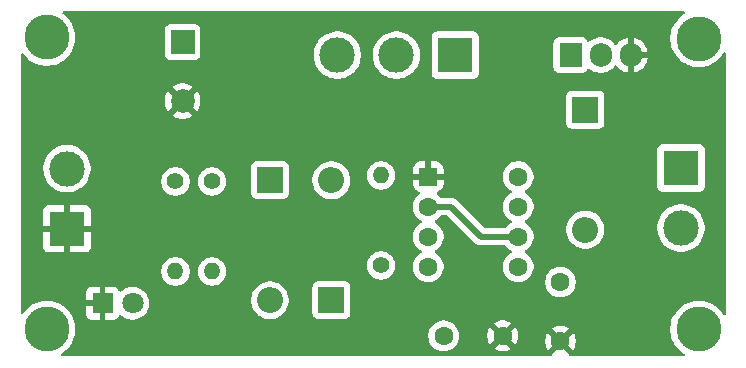
<source format=gtl>
G04 #@! TF.GenerationSoftware,KiCad,Pcbnew,9.0.1*
G04 #@! TF.CreationDate,2025-08-18T16:23:54+05:00*
G04 #@! TF.ProjectId,dc_motor_speed_controller,64635f6d-6f74-46f7-925f-73706565645f,rev?*
G04 #@! TF.SameCoordinates,Original*
G04 #@! TF.FileFunction,Copper,L1,Top*
G04 #@! TF.FilePolarity,Positive*
%FSLAX46Y46*%
G04 Gerber Fmt 4.6, Leading zero omitted, Abs format (unit mm)*
G04 Created by KiCad (PCBNEW 9.0.1) date 2025-08-18 16:23:54*
%MOMM*%
%LPD*%
G01*
G04 APERTURE LIST*
G04 Aperture macros list*
%AMRoundRect*
0 Rectangle with rounded corners*
0 $1 Rounding radius*
0 $2 $3 $4 $5 $6 $7 $8 $9 X,Y pos of 4 corners*
0 Add a 4 corners polygon primitive as box body*
4,1,4,$2,$3,$4,$5,$6,$7,$8,$9,$2,$3,0*
0 Add four circle primitives for the rounded corners*
1,1,$1+$1,$2,$3*
1,1,$1+$1,$4,$5*
1,1,$1+$1,$6,$7*
1,1,$1+$1,$8,$9*
0 Add four rect primitives between the rounded corners*
20,1,$1+$1,$2,$3,$4,$5,0*
20,1,$1+$1,$4,$5,$6,$7,0*
20,1,$1+$1,$6,$7,$8,$9,0*
20,1,$1+$1,$8,$9,$2,$3,0*%
G04 Aperture macros list end*
G04 #@! TA.AperFunction,ComponentPad*
%ADD10C,3.800000*%
G04 #@! TD*
G04 #@! TA.AperFunction,ComponentPad*
%ADD11C,1.400000*%
G04 #@! TD*
G04 #@! TA.AperFunction,ComponentPad*
%ADD12O,1.400000X1.400000*%
G04 #@! TD*
G04 #@! TA.AperFunction,ComponentPad*
%ADD13R,2.200000X2.200000*%
G04 #@! TD*
G04 #@! TA.AperFunction,ComponentPad*
%ADD14O,2.200000X2.200000*%
G04 #@! TD*
G04 #@! TA.AperFunction,ComponentPad*
%ADD15C,1.600000*%
G04 #@! TD*
G04 #@! TA.AperFunction,ComponentPad*
%ADD16R,3.000000X3.000000*%
G04 #@! TD*
G04 #@! TA.AperFunction,ComponentPad*
%ADD17C,3.000000*%
G04 #@! TD*
G04 #@! TA.AperFunction,ComponentPad*
%ADD18RoundRect,0.250000X-0.550000X-0.550000X0.550000X-0.550000X0.550000X0.550000X-0.550000X0.550000X0*%
G04 #@! TD*
G04 #@! TA.AperFunction,ComponentPad*
%ADD19R,1.905000X2.000000*%
G04 #@! TD*
G04 #@! TA.AperFunction,ComponentPad*
%ADD20O,1.905000X2.000000*%
G04 #@! TD*
G04 #@! TA.AperFunction,ComponentPad*
%ADD21R,2.000000X2.000000*%
G04 #@! TD*
G04 #@! TA.AperFunction,ComponentPad*
%ADD22C,2.000000*%
G04 #@! TD*
G04 #@! TA.AperFunction,ComponentPad*
%ADD23R,1.800000X1.800000*%
G04 #@! TD*
G04 #@! TA.AperFunction,ComponentPad*
%ADD24C,1.800000*%
G04 #@! TD*
G04 #@! TA.AperFunction,Conductor*
%ADD25C,0.500000*%
G04 #@! TD*
G04 APERTURE END LIST*
D10*
X124400000Y-103100000D03*
D11*
X138400000Y-115300000D03*
D12*
X138400000Y-122920000D03*
D13*
X143300000Y-115190000D03*
D14*
X143300000Y-125350000D03*
D15*
X167900000Y-123820000D03*
X167900000Y-128820000D03*
D13*
X170000000Y-109220000D03*
D14*
X170000000Y-119380000D03*
D16*
X159000000Y-104600000D03*
D17*
X154000000Y-104600000D03*
X149000000Y-104600000D03*
D18*
X156695000Y-114890000D03*
D15*
X156695000Y-117430000D03*
X156695000Y-119970000D03*
X156695000Y-122510000D03*
X164315000Y-122510000D03*
X164315000Y-119970000D03*
X164315000Y-117430000D03*
X164315000Y-114890000D03*
D19*
X168760000Y-104600000D03*
D20*
X171300000Y-104600000D03*
X173840000Y-104600000D03*
D11*
X152700000Y-122410000D03*
D12*
X152700000Y-114790000D03*
D16*
X178100000Y-114160000D03*
D17*
X178100000Y-119240000D03*
D21*
X135900000Y-103500000D03*
D22*
X135900000Y-108500000D03*
D13*
X148500000Y-125350000D03*
D14*
X148500000Y-115190000D03*
D10*
X179600000Y-127800000D03*
D11*
X135300000Y-115300000D03*
D12*
X135300000Y-122920000D03*
D10*
X179600000Y-103200000D03*
X124400000Y-127800000D03*
D15*
X158000000Y-128370000D03*
X163000000Y-128370000D03*
D16*
X126115000Y-119300000D03*
D17*
X126115000Y-114220000D03*
D23*
X129125000Y-125600000D03*
D24*
X131665000Y-125600000D03*
D25*
X161170000Y-119970000D02*
X164315000Y-119970000D01*
X156695000Y-117430000D02*
X158630000Y-117430000D01*
X158630000Y-117430000D02*
X161170000Y-119970000D01*
G04 #@! TA.AperFunction,Conductor*
G36*
X178387085Y-100918438D02*
G01*
X178432842Y-100971241D01*
X178442787Y-101040399D01*
X178413765Y-101103956D01*
X178386021Y-101127750D01*
X178208712Y-101239161D01*
X177997915Y-101407265D01*
X177807265Y-101597915D01*
X177639161Y-101808712D01*
X177495714Y-102037005D01*
X177378734Y-102279917D01*
X177289687Y-102534397D01*
X177289684Y-102534405D01*
X177229688Y-102797268D01*
X177229686Y-102797280D01*
X177199500Y-103065186D01*
X177199500Y-103334813D01*
X177229686Y-103602719D01*
X177229687Y-103602728D01*
X177229688Y-103602732D01*
X177230419Y-103605934D01*
X177289684Y-103865594D01*
X177289687Y-103865602D01*
X177378734Y-104120082D01*
X177495714Y-104362994D01*
X177495716Y-104362997D01*
X177639162Y-104591289D01*
X177807266Y-104802085D01*
X177997915Y-104992734D01*
X178208711Y-105160838D01*
X178437003Y-105304284D01*
X178679921Y-105421267D01*
X178820081Y-105470311D01*
X178934397Y-105510312D01*
X178934405Y-105510315D01*
X178934408Y-105510315D01*
X178934409Y-105510316D01*
X179197268Y-105570312D01*
X179465187Y-105600499D01*
X179465188Y-105600500D01*
X179465191Y-105600500D01*
X179734812Y-105600500D01*
X179734812Y-105600499D01*
X180002732Y-105570312D01*
X180265591Y-105510316D01*
X180520079Y-105421267D01*
X180762997Y-105304284D01*
X180991289Y-105160838D01*
X181202085Y-104992734D01*
X181392734Y-104802085D01*
X181560838Y-104591289D01*
X181670506Y-104416753D01*
X181722841Y-104370463D01*
X181791894Y-104359815D01*
X181855743Y-104388190D01*
X181894115Y-104446580D01*
X181899500Y-104482726D01*
X181899500Y-126517273D01*
X181879815Y-126584312D01*
X181827011Y-126630067D01*
X181757853Y-126640011D01*
X181694297Y-126610986D01*
X181670506Y-126583245D01*
X181599593Y-126470389D01*
X181560838Y-126408711D01*
X181392734Y-126197915D01*
X181202085Y-126007266D01*
X180991289Y-125839162D01*
X180786083Y-125710222D01*
X180762994Y-125695714D01*
X180520082Y-125578734D01*
X180265602Y-125489687D01*
X180265594Y-125489684D01*
X180068446Y-125444687D01*
X180002732Y-125429688D01*
X180002728Y-125429687D01*
X180002719Y-125429686D01*
X179734813Y-125399500D01*
X179734809Y-125399500D01*
X179465191Y-125399500D01*
X179465186Y-125399500D01*
X179197280Y-125429686D01*
X179197268Y-125429688D01*
X178934405Y-125489684D01*
X178934397Y-125489687D01*
X178679917Y-125578734D01*
X178437005Y-125695714D01*
X178208712Y-125839161D01*
X177997915Y-126007265D01*
X177807265Y-126197915D01*
X177639161Y-126408712D01*
X177495714Y-126637005D01*
X177378734Y-126879917D01*
X177289687Y-127134397D01*
X177289684Y-127134405D01*
X177229688Y-127397268D01*
X177229686Y-127397280D01*
X177199500Y-127665186D01*
X177199500Y-127934813D01*
X177229686Y-128202719D01*
X177229687Y-128202728D01*
X177229688Y-128202732D01*
X177237095Y-128235183D01*
X177289684Y-128465594D01*
X177289687Y-128465602D01*
X177378734Y-128720082D01*
X177495714Y-128962994D01*
X177540087Y-129033613D01*
X177639162Y-129191289D01*
X177807266Y-129402085D01*
X177997915Y-129592734D01*
X178208711Y-129760838D01*
X178383246Y-129870506D01*
X178429537Y-129922841D01*
X178440185Y-129991894D01*
X178411810Y-130055743D01*
X178353420Y-130094115D01*
X178317274Y-130099500D01*
X168732243Y-130099500D01*
X168665204Y-130079815D01*
X168619449Y-130027011D01*
X168609505Y-129957853D01*
X168623789Y-129926575D01*
X168625921Y-129899474D01*
X167946447Y-129220000D01*
X167952661Y-129220000D01*
X168054394Y-129192741D01*
X168145606Y-129140080D01*
X168220080Y-129065606D01*
X168272741Y-128974394D01*
X168300000Y-128872661D01*
X168300000Y-128866447D01*
X168979474Y-129545921D01*
X169011859Y-129501349D01*
X169104755Y-129319031D01*
X169167990Y-129124417D01*
X169200000Y-128922317D01*
X169200000Y-128717682D01*
X169167990Y-128515582D01*
X169104755Y-128320968D01*
X169011859Y-128138650D01*
X168979474Y-128094077D01*
X168979474Y-128094076D01*
X168300000Y-128773551D01*
X168300000Y-128767339D01*
X168272741Y-128665606D01*
X168220080Y-128574394D01*
X168145606Y-128499920D01*
X168054394Y-128447259D01*
X167952661Y-128420000D01*
X167946446Y-128420000D01*
X168625922Y-127740524D01*
X168625921Y-127740523D01*
X168581359Y-127708147D01*
X168581350Y-127708141D01*
X168399031Y-127615244D01*
X168204417Y-127552009D01*
X168002317Y-127520000D01*
X167797683Y-127520000D01*
X167595582Y-127552009D01*
X167400968Y-127615244D01*
X167218644Y-127708143D01*
X167174077Y-127740523D01*
X167174077Y-127740524D01*
X167853554Y-128420000D01*
X167847339Y-128420000D01*
X167745606Y-128447259D01*
X167654394Y-128499920D01*
X167579920Y-128574394D01*
X167527259Y-128665606D01*
X167500000Y-128767339D01*
X167500000Y-128773553D01*
X166820524Y-128094077D01*
X166820523Y-128094077D01*
X166788143Y-128138644D01*
X166695244Y-128320968D01*
X166632009Y-128515582D01*
X166600000Y-128717682D01*
X166600000Y-128922317D01*
X166632009Y-129124417D01*
X166695244Y-129319031D01*
X166788141Y-129501350D01*
X166788147Y-129501359D01*
X166820523Y-129545921D01*
X166820524Y-129545922D01*
X167500000Y-128866446D01*
X167500000Y-128872661D01*
X167527259Y-128974394D01*
X167579920Y-129065606D01*
X167654394Y-129140080D01*
X167745606Y-129192741D01*
X167847339Y-129220000D01*
X167853553Y-129220000D01*
X167174076Y-129899474D01*
X167175748Y-129920710D01*
X167183307Y-129930513D01*
X167189285Y-130000127D01*
X167156678Y-130061921D01*
X167095839Y-130096278D01*
X167067755Y-130099500D01*
X125682726Y-130099500D01*
X125615687Y-130079815D01*
X125569932Y-130027011D01*
X125559988Y-129957853D01*
X125589013Y-129894297D01*
X125616754Y-129870506D01*
X125791289Y-129760838D01*
X126002085Y-129592734D01*
X126192734Y-129402085D01*
X126360838Y-129191289D01*
X126504284Y-128962997D01*
X126621267Y-128720079D01*
X126710316Y-128465591D01*
X126755495Y-128267648D01*
X156699500Y-128267648D01*
X156699500Y-128472351D01*
X156731522Y-128674534D01*
X156794781Y-128869223D01*
X156842561Y-128962994D01*
X156887585Y-129051359D01*
X156887715Y-129051613D01*
X157008028Y-129217213D01*
X157152786Y-129361971D01*
X157273226Y-129449474D01*
X157318390Y-129482287D01*
X157434607Y-129541503D01*
X157500776Y-129575218D01*
X157500778Y-129575218D01*
X157500781Y-129575220D01*
X157554684Y-129592734D01*
X157695465Y-129638477D01*
X157796557Y-129654488D01*
X157897648Y-129670500D01*
X157897649Y-129670500D01*
X158102351Y-129670500D01*
X158102352Y-129670500D01*
X158304534Y-129638477D01*
X158499219Y-129575220D01*
X158681610Y-129482287D01*
X158774590Y-129414732D01*
X158847213Y-129361971D01*
X158847215Y-129361968D01*
X158847219Y-129361966D01*
X158991966Y-129217219D01*
X158991968Y-129217215D01*
X158991971Y-129217213D01*
X159059390Y-129124417D01*
X159112287Y-129051610D01*
X159205220Y-128869219D01*
X159268477Y-128674534D01*
X159300500Y-128472352D01*
X159300500Y-128267682D01*
X161700000Y-128267682D01*
X161700000Y-128472317D01*
X161732009Y-128674417D01*
X161795244Y-128869031D01*
X161888141Y-129051350D01*
X161888147Y-129051359D01*
X161920523Y-129095921D01*
X161920524Y-129095922D01*
X162600000Y-128416446D01*
X162600000Y-128422661D01*
X162627259Y-128524394D01*
X162679920Y-128615606D01*
X162754394Y-128690080D01*
X162845606Y-128742741D01*
X162947339Y-128770000D01*
X162953553Y-128770000D01*
X162274076Y-129449474D01*
X162318650Y-129481859D01*
X162500968Y-129574755D01*
X162695582Y-129637990D01*
X162897683Y-129670000D01*
X163102317Y-129670000D01*
X163304417Y-129637990D01*
X163499031Y-129574755D01*
X163681349Y-129481859D01*
X163725921Y-129449474D01*
X163046447Y-128770000D01*
X163052661Y-128770000D01*
X163154394Y-128742741D01*
X163245606Y-128690080D01*
X163320080Y-128615606D01*
X163372741Y-128524394D01*
X163400000Y-128422661D01*
X163400000Y-128416447D01*
X164079474Y-129095921D01*
X164111859Y-129051349D01*
X164204754Y-128869031D01*
X164267964Y-128674497D01*
X164267964Y-128674496D01*
X164267966Y-128674490D01*
X164267990Y-128674414D01*
X164300000Y-128472317D01*
X164300000Y-128267682D01*
X164267990Y-128065582D01*
X164204754Y-127870968D01*
X164191053Y-127844076D01*
X164111859Y-127688650D01*
X164079474Y-127644077D01*
X164079474Y-127644076D01*
X163400000Y-128323551D01*
X163400000Y-128317339D01*
X163372741Y-128215606D01*
X163320080Y-128124394D01*
X163245606Y-128049920D01*
X163154394Y-127997259D01*
X163052661Y-127970000D01*
X163046446Y-127970000D01*
X163725922Y-127290524D01*
X163725921Y-127290523D01*
X163681359Y-127258147D01*
X163681350Y-127258141D01*
X163499031Y-127165244D01*
X163304417Y-127102009D01*
X163102317Y-127070000D01*
X162897683Y-127070000D01*
X162695582Y-127102009D01*
X162500968Y-127165244D01*
X162318644Y-127258143D01*
X162274077Y-127290523D01*
X162274077Y-127290524D01*
X162953554Y-127970000D01*
X162947339Y-127970000D01*
X162845606Y-127997259D01*
X162754394Y-128049920D01*
X162679920Y-128124394D01*
X162627259Y-128215606D01*
X162600000Y-128317339D01*
X162600000Y-128323553D01*
X161920524Y-127644077D01*
X161920523Y-127644077D01*
X161888143Y-127688644D01*
X161795244Y-127870968D01*
X161732009Y-128065582D01*
X161700000Y-128267682D01*
X159300500Y-128267682D01*
X159300500Y-128267648D01*
X159280068Y-128138650D01*
X159268477Y-128065465D01*
X159226025Y-127934813D01*
X159205220Y-127870781D01*
X159205218Y-127870778D01*
X159205218Y-127870776D01*
X159169155Y-127800000D01*
X159112287Y-127688390D01*
X159095430Y-127665188D01*
X158991971Y-127522786D01*
X158847213Y-127378028D01*
X158681613Y-127257715D01*
X158681612Y-127257714D01*
X158681610Y-127257713D01*
X158624653Y-127228691D01*
X158499223Y-127164781D01*
X158304534Y-127101522D01*
X158129995Y-127073878D01*
X158102352Y-127069500D01*
X157897648Y-127069500D01*
X157873329Y-127073351D01*
X157695465Y-127101522D01*
X157500776Y-127164781D01*
X157318386Y-127257715D01*
X157152786Y-127378028D01*
X157008028Y-127522786D01*
X156887715Y-127688386D01*
X156794781Y-127870776D01*
X156731522Y-128065465D01*
X156699500Y-128267648D01*
X126755495Y-128267648D01*
X126770312Y-128202732D01*
X126800500Y-127934809D01*
X126800500Y-127665191D01*
X126770312Y-127397268D01*
X126710316Y-127134409D01*
X126621267Y-126879921D01*
X126504284Y-126637003D01*
X126360838Y-126408711D01*
X126192734Y-126197915D01*
X126002085Y-126007266D01*
X125791289Y-125839162D01*
X125586083Y-125710222D01*
X125562994Y-125695714D01*
X125320082Y-125578734D01*
X125065602Y-125489687D01*
X125065594Y-125489684D01*
X124868446Y-125444687D01*
X124802732Y-125429688D01*
X124802728Y-125429687D01*
X124802719Y-125429686D01*
X124534813Y-125399500D01*
X124534809Y-125399500D01*
X124265191Y-125399500D01*
X124265186Y-125399500D01*
X123997280Y-125429686D01*
X123997268Y-125429688D01*
X123734405Y-125489684D01*
X123734397Y-125489687D01*
X123479917Y-125578734D01*
X123237005Y-125695714D01*
X123008712Y-125839161D01*
X122797915Y-126007265D01*
X122607265Y-126197915D01*
X122439159Y-126408714D01*
X122429493Y-126424098D01*
X122377158Y-126470389D01*
X122308105Y-126481036D01*
X122244256Y-126452661D01*
X122205885Y-126394270D01*
X122200500Y-126358125D01*
X122200500Y-124652155D01*
X127725000Y-124652155D01*
X127725000Y-125350000D01*
X128749722Y-125350000D01*
X128705667Y-125426306D01*
X128675000Y-125540756D01*
X128675000Y-125659244D01*
X128705667Y-125773694D01*
X128749722Y-125850000D01*
X127725000Y-125850000D01*
X127725000Y-126547844D01*
X127731401Y-126607372D01*
X127731403Y-126607379D01*
X127781645Y-126742086D01*
X127781649Y-126742093D01*
X127867809Y-126857187D01*
X127867812Y-126857190D01*
X127982906Y-126943350D01*
X127982913Y-126943354D01*
X128117620Y-126993596D01*
X128117627Y-126993598D01*
X128177155Y-126999999D01*
X128177172Y-127000000D01*
X128875000Y-127000000D01*
X128875000Y-125975277D01*
X128951306Y-126019333D01*
X129065756Y-126050000D01*
X129184244Y-126050000D01*
X129298694Y-126019333D01*
X129375000Y-125975277D01*
X129375000Y-127000000D01*
X130072828Y-127000000D01*
X130072844Y-126999999D01*
X130132372Y-126993598D01*
X130132379Y-126993596D01*
X130267086Y-126943354D01*
X130267093Y-126943350D01*
X130382187Y-126857190D01*
X130382190Y-126857187D01*
X130468350Y-126742093D01*
X130468354Y-126742086D01*
X130498213Y-126662031D01*
X130540084Y-126606097D01*
X130605548Y-126581680D01*
X130673821Y-126596531D01*
X130702076Y-126617683D01*
X130752636Y-126668243D01*
X130752641Y-126668247D01*
X130908192Y-126781260D01*
X130930978Y-126797815D01*
X131047501Y-126857187D01*
X131127393Y-126897895D01*
X131127396Y-126897896D01*
X131232221Y-126931955D01*
X131337049Y-126966015D01*
X131554778Y-127000500D01*
X131554779Y-127000500D01*
X131775221Y-127000500D01*
X131775222Y-127000500D01*
X131992951Y-126966015D01*
X132202606Y-126897895D01*
X132399022Y-126797815D01*
X132577365Y-126668242D01*
X132733242Y-126512365D01*
X132862815Y-126334022D01*
X132962895Y-126137606D01*
X133031015Y-125927951D01*
X133065500Y-125710222D01*
X133065500Y-125489778D01*
X133031015Y-125272049D01*
X133031014Y-125272045D01*
X133026283Y-125257483D01*
X133015416Y-125224038D01*
X141699500Y-125224038D01*
X141699500Y-125475962D01*
X141715778Y-125578734D01*
X141738910Y-125724785D01*
X141816760Y-125964383D01*
X141844759Y-126019333D01*
X141905022Y-126137606D01*
X141931132Y-126188848D01*
X142079201Y-126392649D01*
X142079205Y-126392654D01*
X142257345Y-126570794D01*
X142257350Y-126570798D01*
X142391471Y-126668242D01*
X142461155Y-126718870D01*
X142604184Y-126791747D01*
X142685616Y-126833239D01*
X142685618Y-126833239D01*
X142685621Y-126833241D01*
X142925215Y-126911090D01*
X143174038Y-126950500D01*
X143174039Y-126950500D01*
X143425961Y-126950500D01*
X143425962Y-126950500D01*
X143674785Y-126911090D01*
X143914379Y-126833241D01*
X144138845Y-126718870D01*
X144342656Y-126570793D01*
X144520793Y-126392656D01*
X144668870Y-126188845D01*
X144783241Y-125964379D01*
X144861090Y-125724785D01*
X144900500Y-125475962D01*
X144900500Y-125224038D01*
X144861090Y-124975215D01*
X144783241Y-124735621D01*
X144783239Y-124735618D01*
X144783239Y-124735616D01*
X144740713Y-124652155D01*
X144668870Y-124511155D01*
X144630188Y-124457913D01*
X144520798Y-124307350D01*
X144520794Y-124307345D01*
X144415584Y-124202135D01*
X146899500Y-124202135D01*
X146899500Y-126497870D01*
X146899501Y-126497876D01*
X146905908Y-126557483D01*
X146956202Y-126692328D01*
X146956206Y-126692335D01*
X147042452Y-126807544D01*
X147042455Y-126807547D01*
X147157664Y-126893793D01*
X147157671Y-126893797D01*
X147292517Y-126944091D01*
X147292516Y-126944091D01*
X147299444Y-126944835D01*
X147352127Y-126950500D01*
X149647872Y-126950499D01*
X149707483Y-126944091D01*
X149842331Y-126893796D01*
X149957546Y-126807546D01*
X150043796Y-126692331D01*
X150094091Y-126557483D01*
X150100500Y-126497873D01*
X150100499Y-124202128D01*
X150094091Y-124142517D01*
X150089124Y-124129201D01*
X150043797Y-124007671D01*
X150043793Y-124007664D01*
X149957547Y-123892455D01*
X149957544Y-123892452D01*
X149842335Y-123806206D01*
X149842328Y-123806202D01*
X149707482Y-123755908D01*
X149707483Y-123755908D01*
X149647883Y-123749501D01*
X149647881Y-123749500D01*
X149647873Y-123749500D01*
X149647864Y-123749500D01*
X147352129Y-123749500D01*
X147352123Y-123749501D01*
X147292516Y-123755908D01*
X147157671Y-123806202D01*
X147157664Y-123806206D01*
X147042455Y-123892452D01*
X147042452Y-123892455D01*
X146956206Y-124007664D01*
X146956202Y-124007671D01*
X146905908Y-124142517D01*
X146899501Y-124202116D01*
X146899501Y-124202123D01*
X146899500Y-124202135D01*
X144415584Y-124202135D01*
X144342654Y-124129205D01*
X144342649Y-124129201D01*
X144138848Y-123981132D01*
X144138847Y-123981131D01*
X144138845Y-123981130D01*
X144023485Y-123922351D01*
X143914383Y-123866760D01*
X143674785Y-123788910D01*
X143608914Y-123778477D01*
X143425962Y-123749500D01*
X143174038Y-123749500D01*
X143049626Y-123769205D01*
X142925214Y-123788910D01*
X142685616Y-123866760D01*
X142461151Y-123981132D01*
X142257350Y-124129201D01*
X142257345Y-124129205D01*
X142079205Y-124307345D01*
X142079201Y-124307350D01*
X141931132Y-124511151D01*
X141816760Y-124735616D01*
X141774403Y-124865978D01*
X141738910Y-124975215D01*
X141699500Y-125224038D01*
X133015416Y-125224038D01*
X132962896Y-125062396D01*
X132962895Y-125062393D01*
X132928237Y-124994375D01*
X132862815Y-124865978D01*
X132768102Y-124735616D01*
X132733247Y-124687641D01*
X132733243Y-124687636D01*
X132577363Y-124531756D01*
X132577358Y-124531752D01*
X132399025Y-124402187D01*
X132399024Y-124402186D01*
X132399022Y-124402185D01*
X132336096Y-124370122D01*
X132202606Y-124302104D01*
X132202603Y-124302103D01*
X131992952Y-124233985D01*
X131884086Y-124216742D01*
X131775222Y-124199500D01*
X131554778Y-124199500D01*
X131482201Y-124210995D01*
X131337047Y-124233985D01*
X131127396Y-124302103D01*
X131127393Y-124302104D01*
X130930974Y-124402187D01*
X130752641Y-124531752D01*
X130752636Y-124531756D01*
X130702075Y-124582317D01*
X130640752Y-124615801D01*
X130571060Y-124610816D01*
X130515127Y-124568945D01*
X130498213Y-124537968D01*
X130468354Y-124457913D01*
X130468350Y-124457906D01*
X130382190Y-124342812D01*
X130382187Y-124342809D01*
X130267093Y-124256649D01*
X130267086Y-124256645D01*
X130132379Y-124206403D01*
X130132372Y-124206401D01*
X130072844Y-124200000D01*
X129375000Y-124200000D01*
X129375000Y-125224722D01*
X129298694Y-125180667D01*
X129184244Y-125150000D01*
X129065756Y-125150000D01*
X128951306Y-125180667D01*
X128875000Y-125224722D01*
X128875000Y-124200000D01*
X128177155Y-124200000D01*
X128117627Y-124206401D01*
X128117620Y-124206403D01*
X127982913Y-124256645D01*
X127982906Y-124256649D01*
X127867812Y-124342809D01*
X127867809Y-124342812D01*
X127781649Y-124457906D01*
X127781645Y-124457913D01*
X127731403Y-124592620D01*
X127731401Y-124592627D01*
X127725000Y-124652155D01*
X122200500Y-124652155D01*
X122200500Y-122825513D01*
X134099500Y-122825513D01*
X134099500Y-123014486D01*
X134129059Y-123201118D01*
X134187454Y-123380836D01*
X134249174Y-123501967D01*
X134273240Y-123549199D01*
X134384310Y-123702073D01*
X134517927Y-123835690D01*
X134670801Y-123946760D01*
X134738256Y-123981130D01*
X134839163Y-124032545D01*
X134839165Y-124032545D01*
X134839168Y-124032547D01*
X134935497Y-124063846D01*
X135018881Y-124090940D01*
X135205514Y-124120500D01*
X135205519Y-124120500D01*
X135394486Y-124120500D01*
X135581118Y-124090940D01*
X135760832Y-124032547D01*
X135929199Y-123946760D01*
X136082073Y-123835690D01*
X136215690Y-123702073D01*
X136326760Y-123549199D01*
X136412547Y-123380832D01*
X136470940Y-123201118D01*
X136480876Y-123138386D01*
X136500500Y-123014486D01*
X136500500Y-122825513D01*
X137199500Y-122825513D01*
X137199500Y-123014486D01*
X137229059Y-123201118D01*
X137287454Y-123380836D01*
X137349174Y-123501967D01*
X137373240Y-123549199D01*
X137484310Y-123702073D01*
X137617927Y-123835690D01*
X137770801Y-123946760D01*
X137838256Y-123981130D01*
X137939163Y-124032545D01*
X137939165Y-124032545D01*
X137939168Y-124032547D01*
X138035497Y-124063846D01*
X138118881Y-124090940D01*
X138305514Y-124120500D01*
X138305519Y-124120500D01*
X138494486Y-124120500D01*
X138681118Y-124090940D01*
X138860832Y-124032547D01*
X139029199Y-123946760D01*
X139182073Y-123835690D01*
X139315690Y-123702073D01*
X139426760Y-123549199D01*
X139512547Y-123380832D01*
X139570940Y-123201118D01*
X139580876Y-123138386D01*
X139600500Y-123014486D01*
X139600500Y-122825513D01*
X139570940Y-122638881D01*
X139512545Y-122459163D01*
X139465556Y-122366942D01*
X139439351Y-122315513D01*
X151499500Y-122315513D01*
X151499500Y-122504486D01*
X151529059Y-122691118D01*
X151587454Y-122870836D01*
X151660648Y-123014486D01*
X151673240Y-123039199D01*
X151784310Y-123192073D01*
X151917927Y-123325690D01*
X152070801Y-123436760D01*
X152150347Y-123477290D01*
X152239163Y-123522545D01*
X152239165Y-123522545D01*
X152239168Y-123522547D01*
X152321194Y-123549199D01*
X152418881Y-123580940D01*
X152605514Y-123610500D01*
X152605519Y-123610500D01*
X152794486Y-123610500D01*
X152981118Y-123580940D01*
X153160832Y-123522547D01*
X153329199Y-123436760D01*
X153482073Y-123325690D01*
X153615690Y-123192073D01*
X153726760Y-123039199D01*
X153812547Y-122870832D01*
X153870940Y-122691118D01*
X153879213Y-122638882D01*
X153900500Y-122504486D01*
X153900500Y-122315513D01*
X153870940Y-122128881D01*
X153812545Y-121949163D01*
X153751008Y-121828390D01*
X153726760Y-121780801D01*
X153615690Y-121627927D01*
X153482073Y-121494310D01*
X153329199Y-121383240D01*
X153160836Y-121297454D01*
X152981118Y-121239059D01*
X152794486Y-121209500D01*
X152794481Y-121209500D01*
X152605519Y-121209500D01*
X152605514Y-121209500D01*
X152418881Y-121239059D01*
X152239163Y-121297454D01*
X152070800Y-121383240D01*
X151983579Y-121446610D01*
X151917927Y-121494310D01*
X151917925Y-121494312D01*
X151917924Y-121494312D01*
X151784312Y-121627924D01*
X151784312Y-121627925D01*
X151784310Y-121627927D01*
X151736610Y-121693579D01*
X151673240Y-121780800D01*
X151587454Y-121949163D01*
X151529059Y-122128881D01*
X151499500Y-122315513D01*
X139439351Y-122315513D01*
X139426759Y-122290800D01*
X139315690Y-122137927D01*
X139182073Y-122004310D01*
X139029199Y-121893240D01*
X138860836Y-121807454D01*
X138681118Y-121749059D01*
X138494486Y-121719500D01*
X138494481Y-121719500D01*
X138305519Y-121719500D01*
X138305514Y-121719500D01*
X138118881Y-121749059D01*
X137939163Y-121807454D01*
X137770800Y-121893240D01*
X137693830Y-121949163D01*
X137617927Y-122004310D01*
X137617925Y-122004312D01*
X137617924Y-122004312D01*
X137484312Y-122137924D01*
X137484312Y-122137925D01*
X137484310Y-122137927D01*
X137436610Y-122203579D01*
X137373240Y-122290800D01*
X137287454Y-122459163D01*
X137229059Y-122638881D01*
X137199500Y-122825513D01*
X136500500Y-122825513D01*
X136470940Y-122638881D01*
X136412545Y-122459163D01*
X136326759Y-122290800D01*
X136215690Y-122137927D01*
X136082073Y-122004310D01*
X135929199Y-121893240D01*
X135760836Y-121807454D01*
X135581118Y-121749059D01*
X135394486Y-121719500D01*
X135394481Y-121719500D01*
X135205519Y-121719500D01*
X135205514Y-121719500D01*
X135018881Y-121749059D01*
X134839163Y-121807454D01*
X134670800Y-121893240D01*
X134593830Y-121949163D01*
X134517927Y-122004310D01*
X134517925Y-122004312D01*
X134517924Y-122004312D01*
X134384312Y-122137924D01*
X134384312Y-122137925D01*
X134384310Y-122137927D01*
X134336610Y-122203579D01*
X134273240Y-122290800D01*
X134187454Y-122459163D01*
X134129059Y-122638881D01*
X134099500Y-122825513D01*
X122200500Y-122825513D01*
X122200500Y-117752155D01*
X124115000Y-117752155D01*
X124115000Y-119050000D01*
X125395936Y-119050000D01*
X125384207Y-119078316D01*
X125355000Y-119225147D01*
X125355000Y-119374853D01*
X125384207Y-119521684D01*
X125395936Y-119550000D01*
X124115000Y-119550000D01*
X124115000Y-120847844D01*
X124121401Y-120907372D01*
X124121403Y-120907379D01*
X124171645Y-121042086D01*
X124171649Y-121042093D01*
X124257809Y-121157187D01*
X124257812Y-121157190D01*
X124372906Y-121243350D01*
X124372913Y-121243354D01*
X124507620Y-121293596D01*
X124507627Y-121293598D01*
X124567155Y-121299999D01*
X124567172Y-121300000D01*
X125865000Y-121300000D01*
X125865000Y-120019064D01*
X125893316Y-120030793D01*
X126040147Y-120060000D01*
X126189853Y-120060000D01*
X126336684Y-120030793D01*
X126365000Y-120019064D01*
X126365000Y-121300000D01*
X127662828Y-121300000D01*
X127662844Y-121299999D01*
X127722372Y-121293598D01*
X127722379Y-121293596D01*
X127857086Y-121243354D01*
X127857093Y-121243350D01*
X127972187Y-121157190D01*
X127972190Y-121157187D01*
X128058350Y-121042093D01*
X128058354Y-121042086D01*
X128108596Y-120907379D01*
X128108598Y-120907372D01*
X128114999Y-120847844D01*
X128115000Y-120847827D01*
X128115000Y-119550000D01*
X126834064Y-119550000D01*
X126845793Y-119521684D01*
X126875000Y-119374853D01*
X126875000Y-119225147D01*
X126845793Y-119078316D01*
X126834064Y-119050000D01*
X128115000Y-119050000D01*
X128115000Y-117752172D01*
X128114999Y-117752155D01*
X128108598Y-117692627D01*
X128108596Y-117692620D01*
X128058354Y-117557913D01*
X128058350Y-117557906D01*
X127972190Y-117442812D01*
X127944445Y-117422042D01*
X127944443Y-117422040D01*
X127857093Y-117356649D01*
X127857086Y-117356645D01*
X127779340Y-117327648D01*
X155394500Y-117327648D01*
X155394500Y-117532351D01*
X155426522Y-117734534D01*
X155489781Y-117929223D01*
X155582715Y-118111613D01*
X155703028Y-118277213D01*
X155847786Y-118421971D01*
X156002749Y-118534556D01*
X156013390Y-118542287D01*
X156104840Y-118588883D01*
X156106080Y-118589515D01*
X156156876Y-118637490D01*
X156173671Y-118705311D01*
X156151134Y-118771446D01*
X156106080Y-118810485D01*
X156013386Y-118857715D01*
X155847786Y-118978028D01*
X155703028Y-119122786D01*
X155582715Y-119288386D01*
X155489781Y-119470776D01*
X155426522Y-119665465D01*
X155394500Y-119867648D01*
X155394500Y-120072351D01*
X155426522Y-120274534D01*
X155489781Y-120469223D01*
X155582715Y-120651613D01*
X155703028Y-120817213D01*
X155847786Y-120961971D01*
X155958067Y-121042093D01*
X156013390Y-121082287D01*
X156104840Y-121128883D01*
X156106080Y-121129515D01*
X156156876Y-121177490D01*
X156173671Y-121245311D01*
X156151134Y-121311446D01*
X156106080Y-121350485D01*
X156013386Y-121397715D01*
X155847786Y-121518028D01*
X155703028Y-121662786D01*
X155582715Y-121828386D01*
X155489781Y-122010776D01*
X155426522Y-122205465D01*
X155394500Y-122407648D01*
X155394500Y-122612351D01*
X155426522Y-122814534D01*
X155489781Y-123009223D01*
X155582715Y-123191613D01*
X155703028Y-123357213D01*
X155847786Y-123501971D01*
X155956480Y-123580940D01*
X156013390Y-123622287D01*
X156129607Y-123681503D01*
X156195776Y-123715218D01*
X156195778Y-123715218D01*
X156195781Y-123715220D01*
X156300137Y-123749127D01*
X156390465Y-123778477D01*
X156456336Y-123788910D01*
X156592648Y-123810500D01*
X156592649Y-123810500D01*
X156797351Y-123810500D01*
X156797352Y-123810500D01*
X156999534Y-123778477D01*
X157194219Y-123715220D01*
X157376610Y-123622287D01*
X157477208Y-123549199D01*
X157542213Y-123501971D01*
X157542215Y-123501968D01*
X157542219Y-123501966D01*
X157686966Y-123357219D01*
X157686968Y-123357215D01*
X157686971Y-123357213D01*
X157739732Y-123284590D01*
X157807287Y-123191610D01*
X157900220Y-123009219D01*
X157963477Y-122814534D01*
X157995500Y-122612352D01*
X157995500Y-122407648D01*
X157963477Y-122205466D01*
X157900220Y-122010781D01*
X157900218Y-122010778D01*
X157900218Y-122010776D01*
X157866503Y-121944607D01*
X157807287Y-121828390D01*
X157749651Y-121749060D01*
X157686971Y-121662786D01*
X157542213Y-121518028D01*
X157376614Y-121397715D01*
X157348205Y-121383240D01*
X157283917Y-121350483D01*
X157233123Y-121302511D01*
X157216328Y-121234690D01*
X157238865Y-121168555D01*
X157283917Y-121129516D01*
X157376610Y-121082287D01*
X157431933Y-121042093D01*
X157542213Y-120961971D01*
X157542215Y-120961968D01*
X157542219Y-120961966D01*
X157686966Y-120817219D01*
X157686968Y-120817215D01*
X157686971Y-120817213D01*
X157757236Y-120720500D01*
X157807287Y-120651610D01*
X157900220Y-120469219D01*
X157963477Y-120274534D01*
X157995500Y-120072352D01*
X157995500Y-119867648D01*
X157963477Y-119665466D01*
X157961699Y-119659995D01*
X157911651Y-119505962D01*
X157900220Y-119470781D01*
X157900218Y-119470778D01*
X157900218Y-119470776D01*
X157851342Y-119374853D01*
X157807287Y-119288390D01*
X157757236Y-119219500D01*
X157686971Y-119122786D01*
X157542213Y-118978028D01*
X157376614Y-118857715D01*
X157293817Y-118815528D01*
X157283917Y-118810483D01*
X157233123Y-118762511D01*
X157216328Y-118694690D01*
X157238865Y-118628555D01*
X157283917Y-118589516D01*
X157376610Y-118542287D01*
X157397770Y-118526913D01*
X157542213Y-118421971D01*
X157542215Y-118421968D01*
X157542219Y-118421966D01*
X157686966Y-118277219D01*
X157689650Y-118273524D01*
X157720100Y-118231615D01*
X157775429Y-118188949D01*
X157820418Y-118180500D01*
X158267770Y-118180500D01*
X158334809Y-118200185D01*
X158355451Y-118216819D01*
X160587048Y-120448415D01*
X160587049Y-120448416D01*
X160691584Y-120552951D01*
X160691585Y-120552952D01*
X160814498Y-120635080D01*
X160814511Y-120635087D01*
X160951082Y-120691656D01*
X160951087Y-120691658D01*
X160951091Y-120691658D01*
X160951092Y-120691659D01*
X161096079Y-120720500D01*
X161096082Y-120720500D01*
X163189582Y-120720500D01*
X163256621Y-120740185D01*
X163289900Y-120771615D01*
X163323028Y-120817212D01*
X163323032Y-120817217D01*
X163467786Y-120961971D01*
X163578067Y-121042093D01*
X163633390Y-121082287D01*
X163724840Y-121128883D01*
X163726080Y-121129515D01*
X163776876Y-121177490D01*
X163793671Y-121245311D01*
X163771134Y-121311446D01*
X163726080Y-121350485D01*
X163633386Y-121397715D01*
X163467786Y-121518028D01*
X163323028Y-121662786D01*
X163202715Y-121828386D01*
X163109781Y-122010776D01*
X163046522Y-122205465D01*
X163014500Y-122407648D01*
X163014500Y-122612351D01*
X163046522Y-122814534D01*
X163109781Y-123009223D01*
X163202715Y-123191613D01*
X163323028Y-123357213D01*
X163467786Y-123501971D01*
X163576480Y-123580940D01*
X163633390Y-123622287D01*
X163749607Y-123681503D01*
X163815776Y-123715218D01*
X163815778Y-123715218D01*
X163815781Y-123715220D01*
X163920137Y-123749127D01*
X164010465Y-123778477D01*
X164076336Y-123788910D01*
X164212648Y-123810500D01*
X164212649Y-123810500D01*
X164417351Y-123810500D01*
X164417352Y-123810500D01*
X164619534Y-123778477D01*
X164806746Y-123717648D01*
X166599500Y-123717648D01*
X166599500Y-123922351D01*
X166631522Y-124124534D01*
X166694781Y-124319223D01*
X166787715Y-124501613D01*
X166908028Y-124667213D01*
X167052786Y-124811971D01*
X167207749Y-124924556D01*
X167218390Y-124932287D01*
X167302639Y-124975214D01*
X167400776Y-125025218D01*
X167400778Y-125025218D01*
X167400781Y-125025220D01*
X167505137Y-125059127D01*
X167595465Y-125088477D01*
X167696557Y-125104488D01*
X167797648Y-125120500D01*
X167797649Y-125120500D01*
X168002351Y-125120500D01*
X168002352Y-125120500D01*
X168204534Y-125088477D01*
X168399219Y-125025220D01*
X168581610Y-124932287D01*
X168674590Y-124864732D01*
X168747213Y-124811971D01*
X168747215Y-124811968D01*
X168747219Y-124811966D01*
X168891966Y-124667219D01*
X168891968Y-124667215D01*
X168891971Y-124667213D01*
X168953650Y-124582317D01*
X169012287Y-124501610D01*
X169105220Y-124319219D01*
X169168477Y-124124534D01*
X169200500Y-123922352D01*
X169200500Y-123717648D01*
X169168477Y-123515466D01*
X169105220Y-123320781D01*
X169105218Y-123320778D01*
X169105218Y-123320776D01*
X169071503Y-123254607D01*
X169012287Y-123138390D01*
X169004556Y-123127749D01*
X168891971Y-122972786D01*
X168747213Y-122828028D01*
X168581613Y-122707715D01*
X168581612Y-122707714D01*
X168581610Y-122707713D01*
X168524653Y-122678691D01*
X168399223Y-122614781D01*
X168204534Y-122551522D01*
X168029995Y-122523878D01*
X168002352Y-122519500D01*
X167797648Y-122519500D01*
X167773329Y-122523351D01*
X167595465Y-122551522D01*
X167400776Y-122614781D01*
X167218386Y-122707715D01*
X167052786Y-122828028D01*
X166908028Y-122972786D01*
X166787715Y-123138386D01*
X166694781Y-123320776D01*
X166631522Y-123515465D01*
X166599500Y-123717648D01*
X164806746Y-123717648D01*
X164814219Y-123715220D01*
X164996610Y-123622287D01*
X164996614Y-123622284D01*
X165010141Y-123612457D01*
X165010141Y-123612456D01*
X165012834Y-123610500D01*
X165162219Y-123501966D01*
X165306966Y-123357219D01*
X165306968Y-123357215D01*
X165306971Y-123357213D01*
X165359732Y-123284590D01*
X165427287Y-123191610D01*
X165520220Y-123009219D01*
X165583477Y-122814534D01*
X165615500Y-122612352D01*
X165615500Y-122407648D01*
X165583477Y-122205466D01*
X165520220Y-122010781D01*
X165520218Y-122010778D01*
X165520218Y-122010776D01*
X165486503Y-121944607D01*
X165427287Y-121828390D01*
X165369651Y-121749060D01*
X165306971Y-121662786D01*
X165162213Y-121518028D01*
X164996614Y-121397715D01*
X164968205Y-121383240D01*
X164903917Y-121350483D01*
X164853123Y-121302511D01*
X164836328Y-121234690D01*
X164858865Y-121168555D01*
X164903917Y-121129516D01*
X164996610Y-121082287D01*
X165051933Y-121042093D01*
X165162213Y-120961971D01*
X165162215Y-120961968D01*
X165162219Y-120961966D01*
X165306966Y-120817219D01*
X165306968Y-120817215D01*
X165306971Y-120817213D01*
X165377236Y-120720500D01*
X165427287Y-120651610D01*
X165520220Y-120469219D01*
X165583477Y-120274534D01*
X165615500Y-120072352D01*
X165615500Y-119867648D01*
X165583477Y-119665466D01*
X165581699Y-119659995D01*
X165531651Y-119505962D01*
X165520220Y-119470781D01*
X165520218Y-119470778D01*
X165520218Y-119470776D01*
X165435985Y-119305461D01*
X165427287Y-119288390D01*
X165402329Y-119254038D01*
X168399500Y-119254038D01*
X168399500Y-119505961D01*
X168438910Y-119754785D01*
X168516760Y-119994383D01*
X168631132Y-120218848D01*
X168779201Y-120422649D01*
X168779205Y-120422654D01*
X168957345Y-120600794D01*
X168957350Y-120600798D01*
X169122107Y-120720500D01*
X169161155Y-120748870D01*
X169295284Y-120817212D01*
X169385616Y-120863239D01*
X169385618Y-120863239D01*
X169385621Y-120863241D01*
X169625215Y-120941090D01*
X169874038Y-120980500D01*
X169874039Y-120980500D01*
X170125961Y-120980500D01*
X170125962Y-120980500D01*
X170374785Y-120941090D01*
X170614379Y-120863241D01*
X170838845Y-120748870D01*
X171042656Y-120600793D01*
X171220793Y-120422656D01*
X171368870Y-120218845D01*
X171483241Y-119994379D01*
X171561090Y-119754785D01*
X171600500Y-119505962D01*
X171600500Y-119254038D01*
X171595030Y-119219500D01*
X171579939Y-119124218D01*
X171577508Y-119108872D01*
X176099500Y-119108872D01*
X176099500Y-119371127D01*
X176126123Y-119573339D01*
X176133730Y-119631116D01*
X176201602Y-119884418D01*
X176201605Y-119884428D01*
X176301953Y-120126690D01*
X176301958Y-120126700D01*
X176433075Y-120353803D01*
X176592718Y-120561851D01*
X176592726Y-120561860D01*
X176778140Y-120747274D01*
X176778148Y-120747281D01*
X176986196Y-120906924D01*
X177213299Y-121038041D01*
X177213309Y-121038046D01*
X177455571Y-121138394D01*
X177455581Y-121138398D01*
X177708884Y-121206270D01*
X177968880Y-121240500D01*
X177968887Y-121240500D01*
X178231113Y-121240500D01*
X178231120Y-121240500D01*
X178491116Y-121206270D01*
X178744419Y-121138398D01*
X178921340Y-121065114D01*
X178986690Y-121038046D01*
X178986691Y-121038045D01*
X178986697Y-121038043D01*
X179213803Y-120906924D01*
X179421851Y-120747282D01*
X179421855Y-120747277D01*
X179421860Y-120747274D01*
X179607274Y-120561860D01*
X179607277Y-120561855D01*
X179607282Y-120561851D01*
X179766924Y-120353803D01*
X179898043Y-120126697D01*
X179998398Y-119884419D01*
X180066270Y-119631116D01*
X180100500Y-119371120D01*
X180100500Y-119108880D01*
X180066270Y-118848884D01*
X179998398Y-118595581D01*
X179998394Y-118595571D01*
X179898046Y-118353309D01*
X179898041Y-118353299D01*
X179766924Y-118126196D01*
X179607281Y-117918148D01*
X179607274Y-117918140D01*
X179421860Y-117732726D01*
X179421851Y-117732718D01*
X179213803Y-117573075D01*
X178986700Y-117441958D01*
X178986690Y-117441953D01*
X178744428Y-117341605D01*
X178744421Y-117341603D01*
X178744419Y-117341602D01*
X178491116Y-117273730D01*
X178433339Y-117266123D01*
X178231127Y-117239500D01*
X178231120Y-117239500D01*
X177968880Y-117239500D01*
X177968872Y-117239500D01*
X177737772Y-117269926D01*
X177708884Y-117273730D01*
X177507658Y-117327648D01*
X177455581Y-117341602D01*
X177455571Y-117341605D01*
X177213309Y-117441953D01*
X177213299Y-117441958D01*
X176986196Y-117573075D01*
X176778148Y-117732718D01*
X176592718Y-117918148D01*
X176433075Y-118126196D01*
X176301958Y-118353299D01*
X176301953Y-118353309D01*
X176201605Y-118595571D01*
X176201602Y-118595581D01*
X176154480Y-118771446D01*
X176133730Y-118848885D01*
X176099500Y-119108872D01*
X171577508Y-119108872D01*
X171561090Y-119005214D01*
X171513164Y-118857715D01*
X171483241Y-118765621D01*
X171483239Y-118765618D01*
X171483239Y-118765616D01*
X171413402Y-118628555D01*
X171368870Y-118541155D01*
X171282278Y-118421971D01*
X171220798Y-118337350D01*
X171220794Y-118337345D01*
X171042654Y-118159205D01*
X171042649Y-118159201D01*
X170838848Y-118011132D01*
X170838847Y-118011131D01*
X170838845Y-118011130D01*
X170768747Y-117975413D01*
X170614383Y-117896760D01*
X170374785Y-117818910D01*
X170125962Y-117779500D01*
X169874038Y-117779500D01*
X169749626Y-117799205D01*
X169625214Y-117818910D01*
X169385616Y-117896760D01*
X169161151Y-118011132D01*
X168957350Y-118159201D01*
X168957345Y-118159205D01*
X168779205Y-118337345D01*
X168779201Y-118337350D01*
X168631132Y-118541151D01*
X168516760Y-118765616D01*
X168438910Y-119005214D01*
X168399500Y-119254038D01*
X165402329Y-119254038D01*
X165377236Y-119219500D01*
X165306971Y-119122786D01*
X165162213Y-118978028D01*
X164996614Y-118857715D01*
X164913817Y-118815528D01*
X164903917Y-118810483D01*
X164853123Y-118762511D01*
X164836328Y-118694690D01*
X164858865Y-118628555D01*
X164903917Y-118589516D01*
X164996610Y-118542287D01*
X165017770Y-118526913D01*
X165162213Y-118421971D01*
X165162215Y-118421968D01*
X165162219Y-118421966D01*
X165306966Y-118277219D01*
X165306968Y-118277215D01*
X165306971Y-118277213D01*
X165392710Y-118159201D01*
X165427287Y-118111610D01*
X165520220Y-117929219D01*
X165583477Y-117734534D01*
X165615500Y-117532352D01*
X165615500Y-117327648D01*
X165583477Y-117125466D01*
X165520220Y-116930781D01*
X165520218Y-116930778D01*
X165520218Y-116930776D01*
X165448743Y-116790500D01*
X165427287Y-116748390D01*
X165416682Y-116733793D01*
X165306971Y-116582786D01*
X165162213Y-116438028D01*
X164996614Y-116317715D01*
X164989884Y-116314286D01*
X164903917Y-116270483D01*
X164853123Y-116222511D01*
X164836328Y-116154690D01*
X164858865Y-116088555D01*
X164903917Y-116049516D01*
X164996610Y-116002287D01*
X165097208Y-115929199D01*
X165162213Y-115881971D01*
X165162215Y-115881968D01*
X165162219Y-115881966D01*
X165306966Y-115737219D01*
X165306968Y-115737215D01*
X165306971Y-115737213D01*
X165359732Y-115664590D01*
X165427287Y-115571610D01*
X165520220Y-115389219D01*
X165583477Y-115194534D01*
X165615500Y-114992352D01*
X165615500Y-114787648D01*
X165596993Y-114670800D01*
X165583477Y-114585465D01*
X165520218Y-114390776D01*
X165486503Y-114324607D01*
X165427287Y-114208390D01*
X165392711Y-114160800D01*
X165306971Y-114042786D01*
X165162213Y-113898028D01*
X164996613Y-113777715D01*
X164996612Y-113777714D01*
X164996610Y-113777713D01*
X164937675Y-113747684D01*
X164814223Y-113684781D01*
X164619534Y-113621522D01*
X164444995Y-113593878D01*
X164417352Y-113589500D01*
X164212648Y-113589500D01*
X164188329Y-113593351D01*
X164010465Y-113621522D01*
X163815776Y-113684781D01*
X163633386Y-113777715D01*
X163467786Y-113898028D01*
X163323028Y-114042786D01*
X163202715Y-114208386D01*
X163109781Y-114390776D01*
X163046522Y-114585465D01*
X163014500Y-114787648D01*
X163014500Y-114992351D01*
X163046522Y-115194534D01*
X163109781Y-115389223D01*
X163161117Y-115489973D01*
X163199235Y-115564785D01*
X163202715Y-115571613D01*
X163323028Y-115737213D01*
X163467786Y-115881971D01*
X163576480Y-115960940D01*
X163633390Y-116002287D01*
X163724840Y-116048883D01*
X163726080Y-116049515D01*
X163776876Y-116097490D01*
X163793671Y-116165311D01*
X163771134Y-116231446D01*
X163726080Y-116270485D01*
X163633386Y-116317715D01*
X163467786Y-116438028D01*
X163323028Y-116582786D01*
X163202715Y-116748386D01*
X163109781Y-116930776D01*
X163046522Y-117125465D01*
X163014500Y-117327648D01*
X163014500Y-117532351D01*
X163046522Y-117734534D01*
X163109781Y-117929223D01*
X163202715Y-118111613D01*
X163323028Y-118277213D01*
X163467786Y-118421971D01*
X163622749Y-118534556D01*
X163633390Y-118542287D01*
X163724840Y-118588883D01*
X163726080Y-118589515D01*
X163776876Y-118637490D01*
X163793671Y-118705311D01*
X163771134Y-118771446D01*
X163726080Y-118810485D01*
X163633386Y-118857715D01*
X163467786Y-118978028D01*
X163323032Y-119122782D01*
X163323028Y-119122787D01*
X163289900Y-119168385D01*
X163234571Y-119211051D01*
X163189582Y-119219500D01*
X161532229Y-119219500D01*
X161465190Y-119199815D01*
X161444548Y-119183181D01*
X159108421Y-116847052D01*
X159108420Y-116847051D01*
X159014192Y-116784091D01*
X158985495Y-116764916D01*
X158985493Y-116764915D01*
X158985490Y-116764913D01*
X158848917Y-116708343D01*
X158848907Y-116708340D01*
X158703920Y-116679500D01*
X158703918Y-116679500D01*
X157820418Y-116679500D01*
X157753379Y-116659815D01*
X157720100Y-116628385D01*
X157686971Y-116582787D01*
X157686967Y-116582782D01*
X157542217Y-116438032D01*
X157542212Y-116438028D01*
X157448051Y-116369616D01*
X157405385Y-116314286D01*
X157399406Y-116244673D01*
X157432012Y-116182878D01*
X157481933Y-116151592D01*
X157564117Y-116124359D01*
X157564124Y-116124356D01*
X157713345Y-116032315D01*
X157837315Y-115908345D01*
X157929356Y-115759124D01*
X157929358Y-115759119D01*
X157984505Y-115592697D01*
X157984506Y-115592690D01*
X157994999Y-115489986D01*
X157995000Y-115489973D01*
X157995000Y-115140000D01*
X157010686Y-115140000D01*
X157015080Y-115135606D01*
X157067741Y-115044394D01*
X157095000Y-114942661D01*
X157095000Y-114837339D01*
X157067741Y-114735606D01*
X157015080Y-114644394D01*
X157010686Y-114640000D01*
X157994999Y-114640000D01*
X157994999Y-114290028D01*
X157994998Y-114290013D01*
X157984505Y-114187302D01*
X157929358Y-114020880D01*
X157929356Y-114020875D01*
X157837315Y-113871654D01*
X157713345Y-113747684D01*
X157564124Y-113655643D01*
X157564119Y-113655641D01*
X157397697Y-113600494D01*
X157397690Y-113600493D01*
X157294986Y-113590000D01*
X156945000Y-113590000D01*
X156945000Y-114574314D01*
X156940606Y-114569920D01*
X156849394Y-114517259D01*
X156747661Y-114490000D01*
X156642339Y-114490000D01*
X156540606Y-114517259D01*
X156449394Y-114569920D01*
X156445000Y-114574314D01*
X156445000Y-113590000D01*
X156095028Y-113590000D01*
X156095012Y-113590001D01*
X155992302Y-113600494D01*
X155825880Y-113655641D01*
X155825875Y-113655643D01*
X155676654Y-113747684D01*
X155552684Y-113871654D01*
X155460643Y-114020875D01*
X155460641Y-114020880D01*
X155405494Y-114187302D01*
X155405493Y-114187309D01*
X155395000Y-114290013D01*
X155395000Y-114640000D01*
X156379314Y-114640000D01*
X156374920Y-114644394D01*
X156322259Y-114735606D01*
X156295000Y-114837339D01*
X156295000Y-114942661D01*
X156322259Y-115044394D01*
X156374920Y-115135606D01*
X156379314Y-115140000D01*
X155395001Y-115140000D01*
X155395001Y-115489986D01*
X155405494Y-115592697D01*
X155460641Y-115759119D01*
X155460643Y-115759124D01*
X155552684Y-115908345D01*
X155676654Y-116032315D01*
X155825875Y-116124356D01*
X155825882Y-116124359D01*
X155908067Y-116151592D01*
X155965512Y-116191364D01*
X155992336Y-116255880D01*
X155980021Y-116324656D01*
X155941949Y-116369616D01*
X155847787Y-116438028D01*
X155847782Y-116438032D01*
X155703028Y-116582786D01*
X155582715Y-116748386D01*
X155489781Y-116930776D01*
X155426522Y-117125465D01*
X155394500Y-117327648D01*
X127779340Y-117327648D01*
X127722379Y-117306403D01*
X127722372Y-117306401D01*
X127662844Y-117300000D01*
X126365000Y-117300000D01*
X126365000Y-118580935D01*
X126336684Y-118569207D01*
X126189853Y-118540000D01*
X126040147Y-118540000D01*
X125893316Y-118569207D01*
X125865000Y-118580935D01*
X125865000Y-117300000D01*
X124567155Y-117300000D01*
X124507627Y-117306401D01*
X124507620Y-117306403D01*
X124372913Y-117356645D01*
X124372906Y-117356649D01*
X124257812Y-117442809D01*
X124257809Y-117442812D01*
X124171649Y-117557906D01*
X124171645Y-117557913D01*
X124121403Y-117692620D01*
X124121401Y-117692627D01*
X124115000Y-117752155D01*
X122200500Y-117752155D01*
X122200500Y-114088872D01*
X124114500Y-114088872D01*
X124114500Y-114351127D01*
X124132784Y-114490000D01*
X124148730Y-114611116D01*
X124203418Y-114815214D01*
X124216602Y-114864418D01*
X124216605Y-114864428D01*
X124316953Y-115106690D01*
X124316958Y-115106700D01*
X124448075Y-115333803D01*
X124607718Y-115541851D01*
X124607726Y-115541860D01*
X124793140Y-115727274D01*
X124793148Y-115727281D01*
X124793149Y-115727282D01*
X124834646Y-115759124D01*
X125001196Y-115886924D01*
X125228299Y-116018041D01*
X125228309Y-116018046D01*
X125435331Y-116103797D01*
X125470581Y-116118398D01*
X125723884Y-116186270D01*
X125983880Y-116220500D01*
X125983887Y-116220500D01*
X126246113Y-116220500D01*
X126246120Y-116220500D01*
X126506116Y-116186270D01*
X126759419Y-116118398D01*
X126936340Y-116045114D01*
X127001690Y-116018046D01*
X127001691Y-116018045D01*
X127001697Y-116018043D01*
X127228803Y-115886924D01*
X127436851Y-115727282D01*
X127436855Y-115727277D01*
X127436860Y-115727274D01*
X127622274Y-115541860D01*
X127622277Y-115541855D01*
X127622282Y-115541851D01*
X127781924Y-115333803D01*
X127807214Y-115290000D01*
X127855992Y-115205513D01*
X134099500Y-115205513D01*
X134099500Y-115394486D01*
X134129059Y-115581118D01*
X134187454Y-115760836D01*
X134259550Y-115902331D01*
X134273240Y-115929199D01*
X134384310Y-116082073D01*
X134517927Y-116215690D01*
X134670801Y-116326760D01*
X134750347Y-116367290D01*
X134839163Y-116412545D01*
X134839165Y-116412545D01*
X134839168Y-116412547D01*
X134935497Y-116443846D01*
X135018881Y-116470940D01*
X135205514Y-116500500D01*
X135205519Y-116500500D01*
X135394486Y-116500500D01*
X135581118Y-116470940D01*
X135760832Y-116412547D01*
X135764273Y-116410794D01*
X135790399Y-116397482D01*
X135929199Y-116326760D01*
X136082073Y-116215690D01*
X136215690Y-116082073D01*
X136326760Y-115929199D01*
X136412547Y-115760832D01*
X136470940Y-115581118D01*
X136485376Y-115489973D01*
X136500500Y-115394486D01*
X136500500Y-115205513D01*
X137199500Y-115205513D01*
X137199500Y-115394486D01*
X137229059Y-115581118D01*
X137287454Y-115760836D01*
X137359550Y-115902331D01*
X137373240Y-115929199D01*
X137484310Y-116082073D01*
X137617927Y-116215690D01*
X137770801Y-116326760D01*
X137850347Y-116367290D01*
X137939163Y-116412545D01*
X137939165Y-116412545D01*
X137939168Y-116412547D01*
X138035497Y-116443846D01*
X138118881Y-116470940D01*
X138305514Y-116500500D01*
X138305519Y-116500500D01*
X138494486Y-116500500D01*
X138681118Y-116470940D01*
X138860832Y-116412547D01*
X138864273Y-116410794D01*
X138890399Y-116397482D01*
X139029199Y-116326760D01*
X139182073Y-116215690D01*
X139315690Y-116082073D01*
X139426760Y-115929199D01*
X139512547Y-115760832D01*
X139570940Y-115581118D01*
X139585376Y-115489973D01*
X139600500Y-115394486D01*
X139600500Y-115205513D01*
X139570940Y-115018881D01*
X139527270Y-114884481D01*
X139512547Y-114839168D01*
X139512545Y-114839165D01*
X139512545Y-114839163D01*
X139426759Y-114670800D01*
X139407574Y-114644394D01*
X139315690Y-114517927D01*
X139182073Y-114384310D01*
X139029199Y-114273240D01*
X138860836Y-114187454D01*
X138766298Y-114156737D01*
X138681118Y-114129059D01*
X138494486Y-114099500D01*
X138494481Y-114099500D01*
X138305519Y-114099500D01*
X138305514Y-114099500D01*
X138118881Y-114129059D01*
X137939163Y-114187454D01*
X137770800Y-114273240D01*
X137747694Y-114290028D01*
X137617927Y-114384310D01*
X137617925Y-114384312D01*
X137617924Y-114384312D01*
X137484312Y-114517924D01*
X137484312Y-114517925D01*
X137484310Y-114517927D01*
X137446535Y-114569920D01*
X137373240Y-114670800D01*
X137287454Y-114839163D01*
X137229059Y-115018881D01*
X137199500Y-115205513D01*
X136500500Y-115205513D01*
X136470940Y-115018881D01*
X136427270Y-114884481D01*
X136412547Y-114839168D01*
X136412545Y-114839165D01*
X136412545Y-114839163D01*
X136326759Y-114670800D01*
X136307574Y-114644394D01*
X136215690Y-114517927D01*
X136082073Y-114384310D01*
X135929199Y-114273240D01*
X135760836Y-114187454D01*
X135581118Y-114129059D01*
X135394486Y-114099500D01*
X135394481Y-114099500D01*
X135205519Y-114099500D01*
X135205514Y-114099500D01*
X135018881Y-114129059D01*
X134839163Y-114187454D01*
X134670800Y-114273240D01*
X134647694Y-114290028D01*
X134517927Y-114384310D01*
X134517925Y-114384312D01*
X134517924Y-114384312D01*
X134384312Y-114517924D01*
X134384312Y-114517925D01*
X134384310Y-114517927D01*
X134346535Y-114569920D01*
X134273240Y-114670800D01*
X134187454Y-114839163D01*
X134129059Y-115018881D01*
X134099500Y-115205513D01*
X127855992Y-115205513D01*
X127894597Y-115138647D01*
X127897784Y-115133126D01*
X127913043Y-115106697D01*
X128013398Y-114864419D01*
X128081270Y-114611116D01*
X128115500Y-114351120D01*
X128115500Y-114088880D01*
X128109346Y-114042135D01*
X141699500Y-114042135D01*
X141699500Y-116337870D01*
X141699501Y-116337876D01*
X141705908Y-116397483D01*
X141756202Y-116532328D01*
X141756206Y-116532335D01*
X141842452Y-116647544D01*
X141842455Y-116647547D01*
X141957664Y-116733793D01*
X141957671Y-116733797D01*
X142092517Y-116784091D01*
X142092516Y-116784091D01*
X142099444Y-116784835D01*
X142152127Y-116790500D01*
X144447872Y-116790499D01*
X144507483Y-116784091D01*
X144642331Y-116733796D01*
X144757546Y-116647546D01*
X144843796Y-116532331D01*
X144894091Y-116397483D01*
X144900500Y-116337873D01*
X144900499Y-115064038D01*
X146899500Y-115064038D01*
X146899500Y-115315962D01*
X146911936Y-115394481D01*
X146938910Y-115564785D01*
X147016760Y-115804383D01*
X147066666Y-115902328D01*
X147125626Y-116018043D01*
X147131132Y-116028848D01*
X147279201Y-116232649D01*
X147279205Y-116232654D01*
X147457345Y-116410794D01*
X147457350Y-116410798D01*
X147540129Y-116470940D01*
X147661155Y-116558870D01*
X147797586Y-116628385D01*
X147885616Y-116673239D01*
X147885618Y-116673239D01*
X147885621Y-116673241D01*
X148125215Y-116751090D01*
X148374038Y-116790500D01*
X148374039Y-116790500D01*
X148625961Y-116790500D01*
X148625962Y-116790500D01*
X148874785Y-116751090D01*
X149114379Y-116673241D01*
X149338845Y-116558870D01*
X149542656Y-116410793D01*
X149720793Y-116232656D01*
X149868870Y-116028845D01*
X149983241Y-115804379D01*
X150061090Y-115564785D01*
X150100500Y-115315962D01*
X150100500Y-115064038D01*
X150061090Y-114815215D01*
X150061089Y-114815211D01*
X150061089Y-114815210D01*
X150033066Y-114728965D01*
X150022197Y-114695513D01*
X151499500Y-114695513D01*
X151499500Y-114884486D01*
X151529059Y-115071118D01*
X151587454Y-115250836D01*
X151660648Y-115394486D01*
X151673240Y-115419199D01*
X151784310Y-115572073D01*
X151917927Y-115705690D01*
X152070801Y-115816760D01*
X152150347Y-115857290D01*
X152239163Y-115902545D01*
X152239165Y-115902545D01*
X152239168Y-115902547D01*
X152321194Y-115929199D01*
X152418881Y-115960940D01*
X152605514Y-115990500D01*
X152605519Y-115990500D01*
X152794486Y-115990500D01*
X152981118Y-115960940D01*
X153160832Y-115902547D01*
X153329199Y-115816760D01*
X153482073Y-115705690D01*
X153615690Y-115572073D01*
X153726760Y-115419199D01*
X153812547Y-115250832D01*
X153870940Y-115071118D01*
X153879213Y-115018882D01*
X153900500Y-114884486D01*
X153900500Y-114695513D01*
X153870940Y-114508881D01*
X153819691Y-114351155D01*
X153812547Y-114329168D01*
X153726760Y-114160801D01*
X153615690Y-114007927D01*
X153482073Y-113874310D01*
X153329199Y-113763240D01*
X153298669Y-113747684D01*
X153160836Y-113677454D01*
X152981118Y-113619059D01*
X152794486Y-113589500D01*
X152794481Y-113589500D01*
X152605519Y-113589500D01*
X152605514Y-113589500D01*
X152418881Y-113619059D01*
X152239163Y-113677454D01*
X152070800Y-113763240D01*
X151991123Y-113821130D01*
X151917927Y-113874310D01*
X151917925Y-113874312D01*
X151917924Y-113874312D01*
X151784312Y-114007924D01*
X151784312Y-114007925D01*
X151784310Y-114007927D01*
X151736610Y-114073579D01*
X151673240Y-114160800D01*
X151587454Y-114329163D01*
X151529059Y-114508881D01*
X151499500Y-114695513D01*
X150022197Y-114695513D01*
X149986440Y-114585466D01*
X149983241Y-114575621D01*
X149983239Y-114575618D01*
X149983239Y-114575616D01*
X149889060Y-114390781D01*
X149868870Y-114351155D01*
X149812262Y-114273240D01*
X149720798Y-114147350D01*
X149720794Y-114147345D01*
X149542654Y-113969205D01*
X149542649Y-113969201D01*
X149338848Y-113821132D01*
X149338847Y-113821131D01*
X149338845Y-113821130D01*
X149253634Y-113777713D01*
X149114383Y-113706760D01*
X148874785Y-113628910D01*
X148625962Y-113589500D01*
X148374038Y-113589500D01*
X148249626Y-113609205D01*
X148125214Y-113628910D01*
X147885616Y-113706760D01*
X147661151Y-113821132D01*
X147457350Y-113969201D01*
X147457345Y-113969205D01*
X147279205Y-114147345D01*
X147279201Y-114147350D01*
X147131132Y-114351151D01*
X147016760Y-114575616D01*
X146938910Y-114815214D01*
X146938910Y-114815215D01*
X146899500Y-115064038D01*
X144900499Y-115064038D01*
X144900499Y-114042128D01*
X144894091Y-113982517D01*
X144889124Y-113969201D01*
X144843797Y-113847671D01*
X144843793Y-113847664D01*
X144757547Y-113732455D01*
X144757544Y-113732452D01*
X144642335Y-113646206D01*
X144642328Y-113646202D01*
X144507482Y-113595908D01*
X144507483Y-113595908D01*
X144447883Y-113589501D01*
X144447881Y-113589500D01*
X144447873Y-113589500D01*
X144447864Y-113589500D01*
X142152129Y-113589500D01*
X142152123Y-113589501D01*
X142092516Y-113595908D01*
X141957671Y-113646202D01*
X141957664Y-113646206D01*
X141842455Y-113732452D01*
X141842452Y-113732455D01*
X141756206Y-113847664D01*
X141756202Y-113847671D01*
X141705908Y-113982517D01*
X141701784Y-114020880D01*
X141699501Y-114042123D01*
X141699500Y-114042135D01*
X128109346Y-114042135D01*
X128081270Y-113828884D01*
X128013398Y-113575581D01*
X128013394Y-113575571D01*
X127913046Y-113333309D01*
X127913041Y-113333299D01*
X127781924Y-113106196D01*
X127622281Y-112898148D01*
X127622274Y-112898140D01*
X127436860Y-112712726D01*
X127436851Y-112712718D01*
X127429635Y-112707181D01*
X127305770Y-112612135D01*
X176099500Y-112612135D01*
X176099500Y-115707870D01*
X176099501Y-115707876D01*
X176105908Y-115767483D01*
X176156202Y-115902328D01*
X176156206Y-115902335D01*
X176242452Y-116017544D01*
X176242455Y-116017547D01*
X176357664Y-116103793D01*
X176357671Y-116103797D01*
X176492517Y-116154091D01*
X176492516Y-116154091D01*
X176498088Y-116154690D01*
X176552127Y-116160500D01*
X179647872Y-116160499D01*
X179707483Y-116154091D01*
X179842331Y-116103796D01*
X179957546Y-116017546D01*
X180043796Y-115902331D01*
X180094091Y-115767483D01*
X180100500Y-115707873D01*
X180100499Y-112612128D01*
X180094091Y-112552517D01*
X180045395Y-112421957D01*
X180043797Y-112417671D01*
X180043793Y-112417664D01*
X179957547Y-112302455D01*
X179957544Y-112302452D01*
X179842335Y-112216206D01*
X179842328Y-112216202D01*
X179707482Y-112165908D01*
X179707483Y-112165908D01*
X179647883Y-112159501D01*
X179647881Y-112159500D01*
X179647873Y-112159500D01*
X179647864Y-112159500D01*
X176552129Y-112159500D01*
X176552123Y-112159501D01*
X176492516Y-112165908D01*
X176357671Y-112216202D01*
X176357664Y-112216206D01*
X176242455Y-112302452D01*
X176242452Y-112302455D01*
X176156206Y-112417664D01*
X176156202Y-112417671D01*
X176105908Y-112552517D01*
X176099501Y-112612116D01*
X176099501Y-112612123D01*
X176099500Y-112612135D01*
X127305770Y-112612135D01*
X127228803Y-112553075D01*
X127001700Y-112421958D01*
X127001690Y-112421953D01*
X126759428Y-112321605D01*
X126759421Y-112321603D01*
X126759419Y-112321602D01*
X126506116Y-112253730D01*
X126448339Y-112246123D01*
X126246127Y-112219500D01*
X126246120Y-112219500D01*
X125983880Y-112219500D01*
X125983872Y-112219500D01*
X125752772Y-112249926D01*
X125723884Y-112253730D01*
X125542050Y-112302452D01*
X125470581Y-112321602D01*
X125470571Y-112321605D01*
X125228309Y-112421953D01*
X125228299Y-112421958D01*
X125001196Y-112553075D01*
X124793148Y-112712718D01*
X124607718Y-112898148D01*
X124448075Y-113106196D01*
X124316958Y-113333299D01*
X124316953Y-113333309D01*
X124216605Y-113575571D01*
X124216602Y-113575581D01*
X124170488Y-113747684D01*
X124148730Y-113828885D01*
X124114500Y-114088872D01*
X122200500Y-114088872D01*
X122200500Y-108381947D01*
X134400000Y-108381947D01*
X134400000Y-108618052D01*
X134436934Y-108851247D01*
X134509897Y-109075802D01*
X134617087Y-109286174D01*
X134677338Y-109369104D01*
X134677340Y-109369105D01*
X135417037Y-108629408D01*
X135434075Y-108692993D01*
X135499901Y-108807007D01*
X135592993Y-108900099D01*
X135707007Y-108965925D01*
X135770590Y-108982962D01*
X135030893Y-109722658D01*
X135113828Y-109782914D01*
X135324197Y-109890102D01*
X135548752Y-109963065D01*
X135548751Y-109963065D01*
X135781948Y-110000000D01*
X136018052Y-110000000D01*
X136251247Y-109963065D01*
X136475802Y-109890102D01*
X136686163Y-109782918D01*
X136686169Y-109782914D01*
X136769104Y-109722658D01*
X136769105Y-109722658D01*
X136029408Y-108982962D01*
X136092993Y-108965925D01*
X136207007Y-108900099D01*
X136300099Y-108807007D01*
X136365925Y-108692993D01*
X136382962Y-108629409D01*
X137122658Y-109369105D01*
X137122658Y-109369104D01*
X137182914Y-109286169D01*
X137182918Y-109286163D01*
X137290102Y-109075802D01*
X137363065Y-108851247D01*
X137400000Y-108618052D01*
X137400000Y-108381947D01*
X137363065Y-108148751D01*
X137349540Y-108107124D01*
X137338171Y-108072135D01*
X168399500Y-108072135D01*
X168399500Y-110367870D01*
X168399501Y-110367876D01*
X168405908Y-110427483D01*
X168456202Y-110562328D01*
X168456206Y-110562335D01*
X168542452Y-110677544D01*
X168542455Y-110677547D01*
X168657664Y-110763793D01*
X168657671Y-110763797D01*
X168792517Y-110814091D01*
X168792516Y-110814091D01*
X168799444Y-110814835D01*
X168852127Y-110820500D01*
X171147872Y-110820499D01*
X171207483Y-110814091D01*
X171342331Y-110763796D01*
X171457546Y-110677546D01*
X171543796Y-110562331D01*
X171594091Y-110427483D01*
X171600500Y-110367873D01*
X171600499Y-108072128D01*
X171594091Y-108012517D01*
X171589422Y-108000000D01*
X171543797Y-107877671D01*
X171543793Y-107877664D01*
X171457547Y-107762455D01*
X171457544Y-107762452D01*
X171342335Y-107676206D01*
X171342328Y-107676202D01*
X171207482Y-107625908D01*
X171207483Y-107625908D01*
X171147883Y-107619501D01*
X171147881Y-107619500D01*
X171147873Y-107619500D01*
X171147864Y-107619500D01*
X168852129Y-107619500D01*
X168852123Y-107619501D01*
X168792516Y-107625908D01*
X168657671Y-107676202D01*
X168657664Y-107676206D01*
X168542455Y-107762452D01*
X168542452Y-107762455D01*
X168456206Y-107877664D01*
X168456202Y-107877671D01*
X168405908Y-108012517D01*
X168399501Y-108072116D01*
X168399501Y-108072123D01*
X168399500Y-108072135D01*
X137338171Y-108072135D01*
X137290101Y-107924195D01*
X137182914Y-107713828D01*
X137122658Y-107630894D01*
X137122658Y-107630893D01*
X136382962Y-108370590D01*
X136365925Y-108307007D01*
X136300099Y-108192993D01*
X136207007Y-108099901D01*
X136092993Y-108034075D01*
X136029409Y-108017037D01*
X136769105Y-107277340D01*
X136769104Y-107277338D01*
X136686174Y-107217087D01*
X136475802Y-107109897D01*
X136251247Y-107036934D01*
X136251248Y-107036934D01*
X136018052Y-107000000D01*
X135781948Y-107000000D01*
X135548752Y-107036934D01*
X135324197Y-107109897D01*
X135113830Y-107217084D01*
X135030894Y-107277340D01*
X135770591Y-108017037D01*
X135707007Y-108034075D01*
X135592993Y-108099901D01*
X135499901Y-108192993D01*
X135434075Y-108307007D01*
X135417037Y-108370590D01*
X134677340Y-107630894D01*
X134617084Y-107713830D01*
X134509897Y-107924197D01*
X134436934Y-108148752D01*
X134400000Y-108381947D01*
X122200500Y-108381947D01*
X122200500Y-104541874D01*
X122220185Y-104474835D01*
X122272989Y-104429080D01*
X122342147Y-104419136D01*
X122405703Y-104448161D01*
X122429494Y-104475903D01*
X122439162Y-104491289D01*
X122607266Y-104702085D01*
X122797915Y-104892734D01*
X123008711Y-105060838D01*
X123237003Y-105204284D01*
X123237005Y-105204285D01*
X123317975Y-105243278D01*
X123479921Y-105321267D01*
X123671049Y-105388145D01*
X123734397Y-105410312D01*
X123734405Y-105410315D01*
X123734408Y-105410315D01*
X123734409Y-105410316D01*
X123997268Y-105470312D01*
X124265187Y-105500499D01*
X124265188Y-105500500D01*
X124265191Y-105500500D01*
X124534812Y-105500500D01*
X124534812Y-105500499D01*
X124802732Y-105470312D01*
X125065591Y-105410316D01*
X125320079Y-105321267D01*
X125562997Y-105204284D01*
X125791289Y-105060838D01*
X126002085Y-104892734D01*
X126192734Y-104702085D01*
X126360838Y-104491289D01*
X126504284Y-104262997D01*
X126621267Y-104020079D01*
X126710316Y-103765591D01*
X126770312Y-103502732D01*
X126800500Y-103234809D01*
X126800500Y-102965191D01*
X126770312Y-102697268D01*
X126714362Y-102452135D01*
X134399500Y-102452135D01*
X134399500Y-104547870D01*
X134399501Y-104547876D01*
X134405908Y-104607483D01*
X134456202Y-104742328D01*
X134456206Y-104742335D01*
X134542452Y-104857544D01*
X134542455Y-104857547D01*
X134657664Y-104943793D01*
X134657671Y-104943797D01*
X134792517Y-104994091D01*
X134792516Y-104994091D01*
X134799444Y-104994835D01*
X134852127Y-105000500D01*
X136947872Y-105000499D01*
X137007483Y-104994091D01*
X137142331Y-104943796D01*
X137257546Y-104857546D01*
X137343796Y-104742331D01*
X137394091Y-104607483D01*
X137400500Y-104547873D01*
X137400500Y-104468872D01*
X146999500Y-104468872D01*
X146999500Y-104731127D01*
X147016145Y-104857547D01*
X147033730Y-104991116D01*
X147076303Y-105150000D01*
X147101602Y-105244418D01*
X147101605Y-105244428D01*
X147201953Y-105486690D01*
X147201958Y-105486700D01*
X147333075Y-105713803D01*
X147492718Y-105921851D01*
X147492726Y-105921860D01*
X147678140Y-106107274D01*
X147678148Y-106107281D01*
X147886196Y-106266924D01*
X148113299Y-106398041D01*
X148113309Y-106398046D01*
X148355571Y-106498394D01*
X148355581Y-106498398D01*
X148608884Y-106566270D01*
X148857188Y-106598960D01*
X148868864Y-106600498D01*
X148868880Y-106600500D01*
X148868887Y-106600500D01*
X149131113Y-106600500D01*
X149131120Y-106600500D01*
X149391116Y-106566270D01*
X149644419Y-106498398D01*
X149886697Y-106398043D01*
X150113803Y-106266924D01*
X150321851Y-106107282D01*
X150321855Y-106107277D01*
X150321860Y-106107274D01*
X150507274Y-105921860D01*
X150507277Y-105921855D01*
X150507282Y-105921851D01*
X150666924Y-105713803D01*
X150798043Y-105486697D01*
X150804830Y-105470313D01*
X150829681Y-105410316D01*
X150898398Y-105244419D01*
X150966270Y-104991116D01*
X151000500Y-104731120D01*
X151000500Y-104468880D01*
X151000499Y-104468872D01*
X151999500Y-104468872D01*
X151999500Y-104731127D01*
X152016145Y-104857547D01*
X152033730Y-104991116D01*
X152076303Y-105150000D01*
X152101602Y-105244418D01*
X152101605Y-105244428D01*
X152201953Y-105486690D01*
X152201958Y-105486700D01*
X152333075Y-105713803D01*
X152492718Y-105921851D01*
X152492726Y-105921860D01*
X152678140Y-106107274D01*
X152678148Y-106107281D01*
X152886196Y-106266924D01*
X153113299Y-106398041D01*
X153113309Y-106398046D01*
X153355571Y-106498394D01*
X153355581Y-106498398D01*
X153608884Y-106566270D01*
X153857188Y-106598960D01*
X153868864Y-106600498D01*
X153868880Y-106600500D01*
X153868887Y-106600500D01*
X154131113Y-106600500D01*
X154131120Y-106600500D01*
X154391116Y-106566270D01*
X154644419Y-106498398D01*
X154886697Y-106398043D01*
X155113803Y-106266924D01*
X155321851Y-106107282D01*
X155321855Y-106107277D01*
X155321860Y-106107274D01*
X155507274Y-105921860D01*
X155507277Y-105921855D01*
X155507282Y-105921851D01*
X155666924Y-105713803D01*
X155798043Y-105486697D01*
X155804830Y-105470313D01*
X155829681Y-105410316D01*
X155898398Y-105244419D01*
X155966270Y-104991116D01*
X156000500Y-104731120D01*
X156000500Y-104468880D01*
X155966270Y-104208884D01*
X155898398Y-103955581D01*
X155873926Y-103896501D01*
X155798046Y-103713309D01*
X155798041Y-103713299D01*
X155666924Y-103486196D01*
X155507281Y-103278148D01*
X155507274Y-103278140D01*
X155321860Y-103092726D01*
X155321851Y-103092718D01*
X155268963Y-103052135D01*
X156999500Y-103052135D01*
X156999500Y-106147870D01*
X156999501Y-106147876D01*
X157005908Y-106207483D01*
X157056202Y-106342328D01*
X157056206Y-106342335D01*
X157142452Y-106457544D01*
X157142455Y-106457547D01*
X157257664Y-106543793D01*
X157257671Y-106543797D01*
X157392517Y-106594091D01*
X157392516Y-106594091D01*
X157399444Y-106594835D01*
X157452127Y-106600500D01*
X160547872Y-106600499D01*
X160607483Y-106594091D01*
X160742331Y-106543796D01*
X160857546Y-106457546D01*
X160943796Y-106342331D01*
X160994091Y-106207483D01*
X161000500Y-106147873D01*
X161000499Y-103552135D01*
X167307000Y-103552135D01*
X167307000Y-105647870D01*
X167307001Y-105647876D01*
X167313408Y-105707483D01*
X167363702Y-105842328D01*
X167363706Y-105842335D01*
X167449952Y-105957544D01*
X167449955Y-105957547D01*
X167565164Y-106043793D01*
X167565171Y-106043797D01*
X167700017Y-106094091D01*
X167700016Y-106094091D01*
X167706944Y-106094835D01*
X167759627Y-106100500D01*
X169760372Y-106100499D01*
X169819983Y-106094091D01*
X169954831Y-106043796D01*
X170070046Y-105957546D01*
X170156296Y-105842331D01*
X170166690Y-105814460D01*
X170208560Y-105758527D01*
X170274023Y-105734108D01*
X170342297Y-105748958D01*
X170355746Y-105757465D01*
X170538462Y-105890217D01*
X170670599Y-105957544D01*
X170742244Y-105994049D01*
X170959751Y-106064721D01*
X170959752Y-106064721D01*
X170959755Y-106064722D01*
X171185646Y-106100500D01*
X171185647Y-106100500D01*
X171414353Y-106100500D01*
X171414354Y-106100500D01*
X171640245Y-106064722D01*
X171640248Y-106064721D01*
X171640249Y-106064721D01*
X171857755Y-105994049D01*
X171857755Y-105994048D01*
X171857758Y-105994048D01*
X172061538Y-105890217D01*
X172246566Y-105755786D01*
X172408286Y-105594066D01*
X172469992Y-105509134D01*
X172525319Y-105466470D01*
X172594932Y-105460491D01*
X172656727Y-105493096D01*
X172670626Y-105509135D01*
X172732097Y-105593741D01*
X172732097Y-105593742D01*
X172893757Y-105755402D01*
X173078723Y-105889788D01*
X173282429Y-105993582D01*
X173499871Y-106064234D01*
X173590000Y-106078509D01*
X173590000Y-105090747D01*
X173627708Y-105112518D01*
X173767591Y-105150000D01*
X173912409Y-105150000D01*
X174052292Y-105112518D01*
X174090000Y-105090747D01*
X174090000Y-106078508D01*
X174180128Y-106064234D01*
X174397570Y-105993582D01*
X174601276Y-105889788D01*
X174786242Y-105755402D01*
X174947902Y-105593742D01*
X175082288Y-105408776D01*
X175186082Y-105205070D01*
X175256734Y-104987628D01*
X175278532Y-104850000D01*
X174330748Y-104850000D01*
X174352518Y-104812292D01*
X174390000Y-104672409D01*
X174390000Y-104527591D01*
X174352518Y-104387708D01*
X174330748Y-104350000D01*
X175278532Y-104350000D01*
X175256734Y-104212371D01*
X175186082Y-103994929D01*
X175082288Y-103791223D01*
X174947902Y-103606257D01*
X174786242Y-103444597D01*
X174601276Y-103310211D01*
X174397568Y-103206417D01*
X174180124Y-103135765D01*
X174090000Y-103121490D01*
X174090000Y-104109252D01*
X174052292Y-104087482D01*
X173912409Y-104050000D01*
X173767591Y-104050000D01*
X173627708Y-104087482D01*
X173590000Y-104109252D01*
X173590000Y-103121490D01*
X173589999Y-103121490D01*
X173499875Y-103135765D01*
X173282431Y-103206417D01*
X173078723Y-103310211D01*
X172893757Y-103444597D01*
X172732097Y-103606257D01*
X172670627Y-103690864D01*
X172615297Y-103733529D01*
X172545684Y-103739508D01*
X172483889Y-103706902D01*
X172469991Y-103690864D01*
X172408286Y-103605934D01*
X172246566Y-103444214D01*
X172061538Y-103309783D01*
X171999435Y-103278140D01*
X171857755Y-103205950D01*
X171640248Y-103135278D01*
X171454812Y-103105908D01*
X171414354Y-103099500D01*
X171185646Y-103099500D01*
X171145188Y-103105908D01*
X170959753Y-103135278D01*
X170959750Y-103135278D01*
X170742244Y-103205950D01*
X170538461Y-103309783D01*
X170355759Y-103442525D01*
X170289952Y-103466005D01*
X170221898Y-103450180D01*
X170173203Y-103400074D01*
X170166690Y-103385538D01*
X170156296Y-103357669D01*
X170156293Y-103357664D01*
X170070047Y-103242455D01*
X170070044Y-103242452D01*
X169954835Y-103156206D01*
X169954828Y-103156202D01*
X169819982Y-103105908D01*
X169819983Y-103105908D01*
X169760383Y-103099501D01*
X169760381Y-103099500D01*
X169760373Y-103099500D01*
X169760364Y-103099500D01*
X167759629Y-103099500D01*
X167759623Y-103099501D01*
X167700016Y-103105908D01*
X167565171Y-103156202D01*
X167565164Y-103156206D01*
X167449955Y-103242452D01*
X167449952Y-103242455D01*
X167363706Y-103357664D01*
X167363702Y-103357671D01*
X167313408Y-103492517D01*
X167307001Y-103552116D01*
X167307000Y-103552135D01*
X161000499Y-103552135D01*
X161000499Y-103052128D01*
X160994091Y-102992517D01*
X160983897Y-102965186D01*
X160943797Y-102857671D01*
X160943793Y-102857664D01*
X160857547Y-102742455D01*
X160857544Y-102742452D01*
X160742335Y-102656206D01*
X160742328Y-102656202D01*
X160607482Y-102605908D01*
X160607483Y-102605908D01*
X160547883Y-102599501D01*
X160547881Y-102599500D01*
X160547873Y-102599500D01*
X160547864Y-102599500D01*
X157452129Y-102599500D01*
X157452123Y-102599501D01*
X157392516Y-102605908D01*
X157257671Y-102656202D01*
X157257664Y-102656206D01*
X157142455Y-102742452D01*
X157142452Y-102742455D01*
X157056206Y-102857664D01*
X157056202Y-102857671D01*
X157005908Y-102992517D01*
X157001437Y-103034108D01*
X156999501Y-103052123D01*
X156999500Y-103052135D01*
X155268963Y-103052135D01*
X155113803Y-102933075D01*
X154886700Y-102801958D01*
X154886690Y-102801953D01*
X154644428Y-102701605D01*
X154644421Y-102701603D01*
X154644419Y-102701602D01*
X154391116Y-102633730D01*
X154333339Y-102626123D01*
X154131127Y-102599500D01*
X154131120Y-102599500D01*
X153868880Y-102599500D01*
X153868872Y-102599500D01*
X153637772Y-102629926D01*
X153608884Y-102633730D01*
X153371756Y-102697268D01*
X153355581Y-102701602D01*
X153355571Y-102701605D01*
X153113309Y-102801953D01*
X153113299Y-102801958D01*
X152886196Y-102933075D01*
X152678148Y-103092718D01*
X152492718Y-103278148D01*
X152333075Y-103486196D01*
X152201958Y-103713299D01*
X152201953Y-103713309D01*
X152101605Y-103955571D01*
X152101602Y-103955581D01*
X152066260Y-104087482D01*
X152033730Y-104208885D01*
X151999500Y-104468872D01*
X151000499Y-104468872D01*
X150966270Y-104208884D01*
X150898398Y-103955581D01*
X150873926Y-103896501D01*
X150798046Y-103713309D01*
X150798041Y-103713299D01*
X150666924Y-103486196D01*
X150507281Y-103278148D01*
X150507274Y-103278140D01*
X150321860Y-103092726D01*
X150321851Y-103092718D01*
X150113803Y-102933075D01*
X149886700Y-102801958D01*
X149886690Y-102801953D01*
X149644428Y-102701605D01*
X149644421Y-102701603D01*
X149644419Y-102701602D01*
X149391116Y-102633730D01*
X149333339Y-102626123D01*
X149131127Y-102599500D01*
X149131120Y-102599500D01*
X148868880Y-102599500D01*
X148868872Y-102599500D01*
X148637772Y-102629926D01*
X148608884Y-102633730D01*
X148371756Y-102697268D01*
X148355581Y-102701602D01*
X148355571Y-102701605D01*
X148113309Y-102801953D01*
X148113299Y-102801958D01*
X147886196Y-102933075D01*
X147678148Y-103092718D01*
X147492718Y-103278148D01*
X147333075Y-103486196D01*
X147201958Y-103713299D01*
X147201953Y-103713309D01*
X147101605Y-103955571D01*
X147101602Y-103955581D01*
X147066260Y-104087482D01*
X147033730Y-104208885D01*
X146999500Y-104468872D01*
X137400500Y-104468872D01*
X137400499Y-103492517D01*
X137400499Y-102452129D01*
X137400498Y-102452123D01*
X137400497Y-102452116D01*
X137394091Y-102392517D01*
X137352095Y-102279921D01*
X137343797Y-102257671D01*
X137343793Y-102257664D01*
X137257547Y-102142455D01*
X137257544Y-102142452D01*
X137142335Y-102056206D01*
X137142328Y-102056202D01*
X137007482Y-102005908D01*
X137007483Y-102005908D01*
X136947883Y-101999501D01*
X136947881Y-101999500D01*
X136947873Y-101999500D01*
X136947864Y-101999500D01*
X134852129Y-101999500D01*
X134852123Y-101999501D01*
X134792516Y-102005908D01*
X134657671Y-102056202D01*
X134657664Y-102056206D01*
X134542455Y-102142452D01*
X134542452Y-102142455D01*
X134456206Y-102257664D01*
X134456202Y-102257671D01*
X134405908Y-102392517D01*
X134401406Y-102434397D01*
X134399501Y-102452123D01*
X134399500Y-102452135D01*
X126714362Y-102452135D01*
X126710316Y-102434409D01*
X126621267Y-102179921D01*
X126504284Y-101937003D01*
X126360838Y-101708711D01*
X126192734Y-101497915D01*
X126002085Y-101307266D01*
X125791289Y-101139162D01*
X125791290Y-101139162D01*
X125791288Y-101139161D01*
X125775825Y-101129445D01*
X125729535Y-101077109D01*
X125718888Y-101008055D01*
X125747264Y-100944208D01*
X125805655Y-100905837D01*
X125841791Y-100900452D01*
X178320045Y-100898756D01*
X178387085Y-100918438D01*
G37*
G04 #@! TD.AperFunction*
M02*

</source>
